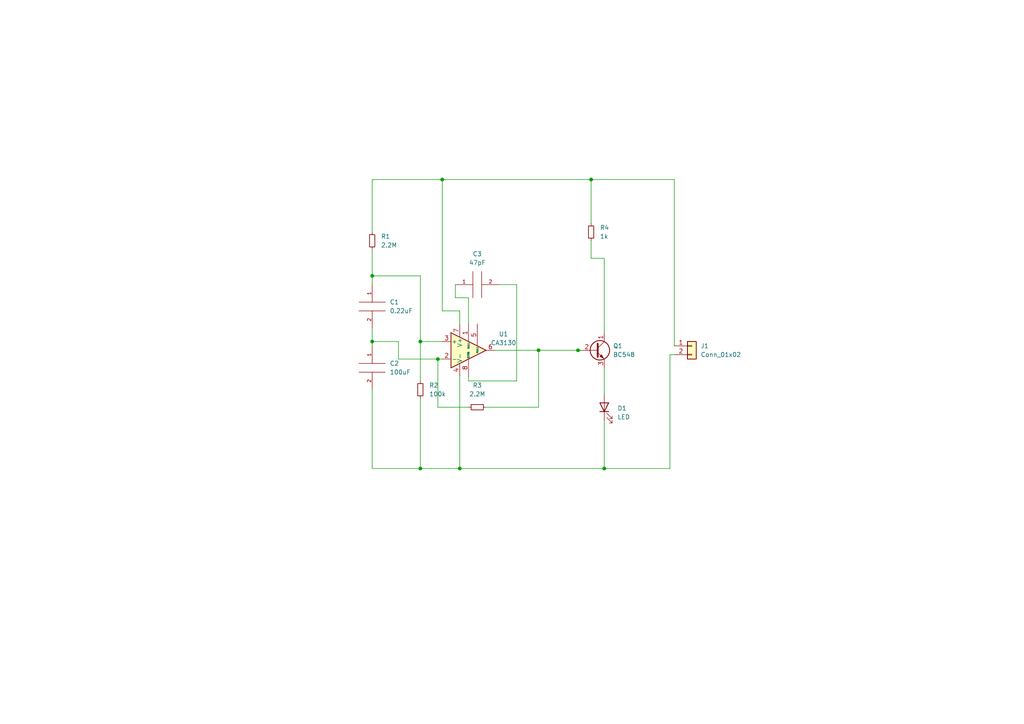
<source format=kicad_sch>
(kicad_sch (version 20211123) (generator eeschema)

  (uuid e63e39d7-6ac0-4ffd-8aa3-1841a4541b55)

  (paper "A4")

  (lib_symbols
    (symbol "Amplifier_Operational:CA3130" (pin_names (offset 0.127)) (in_bom yes) (on_board yes)
      (property "Reference" "U" (id 0) (at 6.35 5.08 0)
        (effects (font (size 1.27 1.27)) (justify left))
      )
      (property "Value" "CA3130" (id 1) (at 6.35 2.54 0)
        (effects (font (size 1.27 1.27)) (justify left))
      )
      (property "Footprint" "" (id 2) (at -2.54 -2.54 0)
        (effects (font (size 1.27 1.27)) hide)
      )
      (property "Datasheet" "http://www.intersil.com/content/dam/intersil/documents/ca31/ca3130-a.pdf" (id 3) (at 0 0 0)
        (effects (font (size 1.27 1.27)) hide)
      )
      (property "ki_keywords" "single opamp" (id 4) (at 0 0 0)
        (effects (font (size 1.27 1.27)) hide)
      )
      (property "ki_description" "15MHz, BiMOS Operational Amplifier with MOSFET Input/CMOS Output, DIP-8/SOIC-8" (id 5) (at 0 0 0)
        (effects (font (size 1.27 1.27)) hide)
      )
      (property "ki_fp_filters" "DIP*W7.62mm* SOIC*3.9x4.9mm*P1.27mm*" (id 6) (at 0 0 0)
        (effects (font (size 1.27 1.27)) hide)
      )
      (symbol "CA3130_0_1"
        (polyline
          (pts
            (xy -5.08 5.08)
            (xy 5.08 0)
            (xy -5.08 -5.08)
            (xy -5.08 5.08)
          )
          (stroke (width 0.254) (type default) (color 0 0 0 0))
          (fill (type background))
        )
      )
      (symbol "CA3130_1_1"
        (pin passive line (at 0 7.62 270) (length 5.08)
          (name "NULL" (effects (font (size 0.508 0.508))))
          (number "1" (effects (font (size 1.27 1.27))))
        )
        (pin input line (at -7.62 -2.54 0) (length 2.54)
          (name "-" (effects (font (size 1.27 1.27))))
          (number "2" (effects (font (size 1.27 1.27))))
        )
        (pin input line (at -7.62 2.54 0) (length 2.54)
          (name "+" (effects (font (size 1.27 1.27))))
          (number "3" (effects (font (size 1.27 1.27))))
        )
        (pin power_in line (at -2.54 -7.62 90) (length 3.81)
          (name "V-" (effects (font (size 1.27 1.27))))
          (number "4" (effects (font (size 1.27 1.27))))
        )
        (pin passive line (at 2.54 7.62 270) (length 6.35)
          (name "NULL" (effects (font (size 0.508 0.508))))
          (number "5" (effects (font (size 1.27 1.27))))
        )
        (pin output line (at 7.62 0 180) (length 2.54)
          (name "~" (effects (font (size 1.27 1.27))))
          (number "6" (effects (font (size 1.27 1.27))))
        )
        (pin power_in line (at -2.54 7.62 270) (length 3.81)
          (name "V+" (effects (font (size 1.27 1.27))))
          (number "7" (effects (font (size 1.27 1.27))))
        )
        (pin passive line (at 0 -7.62 90) (length 5.08)
          (name "STRB" (effects (font (size 0.508 0.508))))
          (number "8" (effects (font (size 1.27 1.27))))
        )
      )
    )
    (symbol "Connector_Generic:Conn_01x02" (pin_names (offset 1.016) hide) (in_bom yes) (on_board yes)
      (property "Reference" "J" (id 0) (at 0 2.54 0)
        (effects (font (size 1.27 1.27)))
      )
      (property "Value" "Conn_01x02" (id 1) (at 0 -5.08 0)
        (effects (font (size 1.27 1.27)))
      )
      (property "Footprint" "" (id 2) (at 0 0 0)
        (effects (font (size 1.27 1.27)) hide)
      )
      (property "Datasheet" "~" (id 3) (at 0 0 0)
        (effects (font (size 1.27 1.27)) hide)
      )
      (property "ki_keywords" "connector" (id 4) (at 0 0 0)
        (effects (font (size 1.27 1.27)) hide)
      )
      (property "ki_description" "Generic connector, single row, 01x02, script generated (kicad-library-utils/schlib/autogen/connector/)" (id 5) (at 0 0 0)
        (effects (font (size 1.27 1.27)) hide)
      )
      (property "ki_fp_filters" "Connector*:*_1x??_*" (id 6) (at 0 0 0)
        (effects (font (size 1.27 1.27)) hide)
      )
      (symbol "Conn_01x02_1_1"
        (rectangle (start -1.27 -2.413) (end 0 -2.667)
          (stroke (width 0.1524) (type default) (color 0 0 0 0))
          (fill (type none))
        )
        (rectangle (start -1.27 0.127) (end 0 -0.127)
          (stroke (width 0.1524) (type default) (color 0 0 0 0))
          (fill (type none))
        )
        (rectangle (start -1.27 1.27) (end 1.27 -3.81)
          (stroke (width 0.254) (type default) (color 0 0 0 0))
          (fill (type background))
        )
        (pin passive line (at -5.08 0 0) (length 3.81)
          (name "Pin_1" (effects (font (size 1.27 1.27))))
          (number "1" (effects (font (size 1.27 1.27))))
        )
        (pin passive line (at -5.08 -2.54 0) (length 3.81)
          (name "Pin_2" (effects (font (size 1.27 1.27))))
          (number "2" (effects (font (size 1.27 1.27))))
        )
      )
    )
    (symbol "Device:LED" (pin_numbers hide) (pin_names (offset 1.016) hide) (in_bom yes) (on_board yes)
      (property "Reference" "D" (id 0) (at 0 2.54 0)
        (effects (font (size 1.27 1.27)))
      )
      (property "Value" "LED" (id 1) (at 0 -2.54 0)
        (effects (font (size 1.27 1.27)))
      )
      (property "Footprint" "" (id 2) (at 0 0 0)
        (effects (font (size 1.27 1.27)) hide)
      )
      (property "Datasheet" "~" (id 3) (at 0 0 0)
        (effects (font (size 1.27 1.27)) hide)
      )
      (property "ki_keywords" "LED diode" (id 4) (at 0 0 0)
        (effects (font (size 1.27 1.27)) hide)
      )
      (property "ki_description" "Light emitting diode" (id 5) (at 0 0 0)
        (effects (font (size 1.27 1.27)) hide)
      )
      (property "ki_fp_filters" "LED* LED_SMD:* LED_THT:*" (id 6) (at 0 0 0)
        (effects (font (size 1.27 1.27)) hide)
      )
      (symbol "LED_0_1"
        (polyline
          (pts
            (xy -1.27 -1.27)
            (xy -1.27 1.27)
          )
          (stroke (width 0.254) (type default) (color 0 0 0 0))
          (fill (type none))
        )
        (polyline
          (pts
            (xy -1.27 0)
            (xy 1.27 0)
          )
          (stroke (width 0) (type default) (color 0 0 0 0))
          (fill (type none))
        )
        (polyline
          (pts
            (xy 1.27 -1.27)
            (xy 1.27 1.27)
            (xy -1.27 0)
            (xy 1.27 -1.27)
          )
          (stroke (width 0.254) (type default) (color 0 0 0 0))
          (fill (type none))
        )
        (polyline
          (pts
            (xy -3.048 -0.762)
            (xy -4.572 -2.286)
            (xy -3.81 -2.286)
            (xy -4.572 -2.286)
            (xy -4.572 -1.524)
          )
          (stroke (width 0) (type default) (color 0 0 0 0))
          (fill (type none))
        )
        (polyline
          (pts
            (xy -1.778 -0.762)
            (xy -3.302 -2.286)
            (xy -2.54 -2.286)
            (xy -3.302 -2.286)
            (xy -3.302 -1.524)
          )
          (stroke (width 0) (type default) (color 0 0 0 0))
          (fill (type none))
        )
      )
      (symbol "LED_1_1"
        (pin passive line (at -3.81 0 0) (length 2.54)
          (name "K" (effects (font (size 1.27 1.27))))
          (number "1" (effects (font (size 1.27 1.27))))
        )
        (pin passive line (at 3.81 0 180) (length 2.54)
          (name "A" (effects (font (size 1.27 1.27))))
          (number "2" (effects (font (size 1.27 1.27))))
        )
      )
    )
    (symbol "Device:R_Small" (pin_numbers hide) (pin_names (offset 0.254) hide) (in_bom yes) (on_board yes)
      (property "Reference" "R" (id 0) (at 0.762 0.508 0)
        (effects (font (size 1.27 1.27)) (justify left))
      )
      (property "Value" "R_Small" (id 1) (at 0.762 -1.016 0)
        (effects (font (size 1.27 1.27)) (justify left))
      )
      (property "Footprint" "" (id 2) (at 0 0 0)
        (effects (font (size 1.27 1.27)) hide)
      )
      (property "Datasheet" "~" (id 3) (at 0 0 0)
        (effects (font (size 1.27 1.27)) hide)
      )
      (property "ki_keywords" "R resistor" (id 4) (at 0 0 0)
        (effects (font (size 1.27 1.27)) hide)
      )
      (property "ki_description" "Resistor, small symbol" (id 5) (at 0 0 0)
        (effects (font (size 1.27 1.27)) hide)
      )
      (property "ki_fp_filters" "R_*" (id 6) (at 0 0 0)
        (effects (font (size 1.27 1.27)) hide)
      )
      (symbol "R_Small_0_1"
        (rectangle (start -0.762 1.778) (end 0.762 -1.778)
          (stroke (width 0.2032) (type default) (color 0 0 0 0))
          (fill (type none))
        )
      )
      (symbol "R_Small_1_1"
        (pin passive line (at 0 2.54 270) (length 0.762)
          (name "~" (effects (font (size 1.27 1.27))))
          (number "1" (effects (font (size 1.27 1.27))))
        )
        (pin passive line (at 0 -2.54 90) (length 0.762)
          (name "~" (effects (font (size 1.27 1.27))))
          (number "2" (effects (font (size 1.27 1.27))))
        )
      )
    )
    (symbol "Transistor_BJT:BC548" (pin_names (offset 0) hide) (in_bom yes) (on_board yes)
      (property "Reference" "Q" (id 0) (at 5.08 1.905 0)
        (effects (font (size 1.27 1.27)) (justify left))
      )
      (property "Value" "BC548" (id 1) (at 5.08 0 0)
        (effects (font (size 1.27 1.27)) (justify left))
      )
      (property "Footprint" "Package_TO_SOT_THT:TO-92_Inline" (id 2) (at 5.08 -1.905 0)
        (effects (font (size 1.27 1.27) italic) (justify left) hide)
      )
      (property "Datasheet" "https://www.onsemi.com/pub/Collateral/BC550-D.pdf" (id 3) (at 0 0 0)
        (effects (font (size 1.27 1.27)) (justify left) hide)
      )
      (property "ki_keywords" "NPN Transistor" (id 4) (at 0 0 0)
        (effects (font (size 1.27 1.27)) hide)
      )
      (property "ki_description" "0.1A Ic, 30V Vce, Small Signal NPN Transistor, TO-92" (id 5) (at 0 0 0)
        (effects (font (size 1.27 1.27)) hide)
      )
      (property "ki_fp_filters" "TO?92*" (id 6) (at 0 0 0)
        (effects (font (size 1.27 1.27)) hide)
      )
      (symbol "BC548_0_1"
        (polyline
          (pts
            (xy 0 0)
            (xy 0.635 0)
          )
          (stroke (width 0) (type default) (color 0 0 0 0))
          (fill (type none))
        )
        (polyline
          (pts
            (xy 0.635 0.635)
            (xy 2.54 2.54)
          )
          (stroke (width 0) (type default) (color 0 0 0 0))
          (fill (type none))
        )
        (polyline
          (pts
            (xy 0.635 -0.635)
            (xy 2.54 -2.54)
            (xy 2.54 -2.54)
          )
          (stroke (width 0) (type default) (color 0 0 0 0))
          (fill (type none))
        )
        (polyline
          (pts
            (xy 0.635 1.905)
            (xy 0.635 -1.905)
            (xy 0.635 -1.905)
          )
          (stroke (width 0.508) (type default) (color 0 0 0 0))
          (fill (type none))
        )
        (polyline
          (pts
            (xy 1.27 -1.778)
            (xy 1.778 -1.27)
            (xy 2.286 -2.286)
            (xy 1.27 -1.778)
            (xy 1.27 -1.778)
          )
          (stroke (width 0) (type default) (color 0 0 0 0))
          (fill (type outline))
        )
        (circle (center 1.27 0) (radius 2.8194)
          (stroke (width 0.254) (type default) (color 0 0 0 0))
          (fill (type none))
        )
      )
      (symbol "BC548_1_1"
        (pin passive line (at 2.54 5.08 270) (length 2.54)
          (name "C" (effects (font (size 1.27 1.27))))
          (number "1" (effects (font (size 1.27 1.27))))
        )
        (pin input line (at -5.08 0 0) (length 5.08)
          (name "B" (effects (font (size 1.27 1.27))))
          (number "2" (effects (font (size 1.27 1.27))))
        )
        (pin passive line (at 2.54 -5.08 90) (length 2.54)
          (name "E" (effects (font (size 1.27 1.27))))
          (number "3" (effects (font (size 1.27 1.27))))
        )
      )
    )
    (symbol "pspice:CAP" (pin_names (offset 0.254)) (in_bom yes) (on_board yes)
      (property "Reference" "C" (id 0) (at 2.54 3.81 90)
        (effects (font (size 1.27 1.27)))
      )
      (property "Value" "CAP" (id 1) (at 2.54 -3.81 90)
        (effects (font (size 1.27 1.27)))
      )
      (property "Footprint" "" (id 2) (at 0 0 0)
        (effects (font (size 1.27 1.27)) hide)
      )
      (property "Datasheet" "~" (id 3) (at 0 0 0)
        (effects (font (size 1.27 1.27)) hide)
      )
      (property "ki_keywords" "simulation" (id 4) (at 0 0 0)
        (effects (font (size 1.27 1.27)) hide)
      )
      (property "ki_description" "Capacitor symbol for simulation only" (id 5) (at 0 0 0)
        (effects (font (size 1.27 1.27)) hide)
      )
      (symbol "CAP_0_1"
        (polyline
          (pts
            (xy -3.81 -1.27)
            (xy 3.81 -1.27)
          )
          (stroke (width 0) (type default) (color 0 0 0 0))
          (fill (type none))
        )
        (polyline
          (pts
            (xy -3.81 1.27)
            (xy 3.81 1.27)
          )
          (stroke (width 0) (type default) (color 0 0 0 0))
          (fill (type none))
        )
      )
      (symbol "CAP_1_1"
        (pin passive line (at 0 6.35 270) (length 5.08)
          (name "~" (effects (font (size 1.016 1.016))))
          (number "1" (effects (font (size 1.016 1.016))))
        )
        (pin passive line (at 0 -6.35 90) (length 5.08)
          (name "~" (effects (font (size 1.016 1.016))))
          (number "2" (effects (font (size 1.016 1.016))))
        )
      )
    )
  )

  (junction (at 121.92 135.89) (diameter 0) (color 0 0 0 0)
    (uuid 131f59d7-81d1-463c-9746-94c7e6ca44ed)
  )
  (junction (at 171.45 52.07) (diameter 0) (color 0 0 0 0)
    (uuid 2ee91d7b-5181-4f17-a629-4c470c00b784)
  )
  (junction (at 133.35 135.89) (diameter 0) (color 0 0 0 0)
    (uuid 3bd73262-7ee1-4541-8298-a0d7411e1d75)
  )
  (junction (at 121.92 99.06) (diameter 0) (color 0 0 0 0)
    (uuid 497a3aba-0f0c-436e-9543-aa7c20ad968e)
  )
  (junction (at 167.64 101.6) (diameter 0) (color 0 0 0 0)
    (uuid 4fc9de57-db53-4765-a283-4ab5d54b31ca)
  )
  (junction (at 107.95 80.01) (diameter 0) (color 0 0 0 0)
    (uuid 6713ba45-eb26-46ab-8e01-8c828003790e)
  )
  (junction (at 128.27 52.07) (diameter 0) (color 0 0 0 0)
    (uuid 8eafe96b-e358-4fb5-a4aa-165e62856b90)
  )
  (junction (at 175.26 135.89) (diameter 0) (color 0 0 0 0)
    (uuid c517de34-4f09-44c4-870e-606e92563fb1)
  )
  (junction (at 107.95 99.06) (diameter 0) (color 0 0 0 0)
    (uuid dc293504-8b38-48c4-933a-87973ac3dddb)
  )
  (junction (at 156.21 101.6) (diameter 0) (color 0 0 0 0)
    (uuid dcb39c74-b4fc-4cef-b985-815393bc340d)
  )
  (junction (at 127 104.14) (diameter 0) (color 0 0 0 0)
    (uuid e2b3c15f-d02f-4b2f-9280-cfb1bf389e80)
  )

  (wire (pts (xy 171.45 52.07) (xy 128.27 52.07))
    (stroke (width 0) (type default) (color 0 0 0 0))
    (uuid 030f7528-01d8-4f5d-b375-396511a3f702)
  )
  (wire (pts (xy 175.26 121.92) (xy 175.26 135.89))
    (stroke (width 0) (type default) (color 0 0 0 0))
    (uuid 0536025a-6414-4951-bfd6-905537685d7e)
  )
  (wire (pts (xy 121.92 99.06) (xy 121.92 110.49))
    (stroke (width 0) (type default) (color 0 0 0 0))
    (uuid 0fa0e183-23fd-4787-b228-f9207d787009)
  )
  (wire (pts (xy 107.95 95.25) (xy 107.95 99.06))
    (stroke (width 0) (type default) (color 0 0 0 0))
    (uuid 1aaf34a3-282e-4633-82fa-9d6cdf32efbb)
  )
  (wire (pts (xy 107.95 135.89) (xy 121.92 135.89))
    (stroke (width 0) (type default) (color 0 0 0 0))
    (uuid 25c0c83a-69e4-4bb3-a4ba-e35ba5e17f0f)
  )
  (wire (pts (xy 135.89 86.36) (xy 135.89 93.98))
    (stroke (width 0) (type default) (color 0 0 0 0))
    (uuid 2b3b0810-cd1d-48a1-a104-fe015cf2af3c)
  )
  (wire (pts (xy 128.27 104.14) (xy 127 104.14))
    (stroke (width 0) (type default) (color 0 0 0 0))
    (uuid 2eb5c7ae-ece1-4fed-b4e9-592cfba8365c)
  )
  (wire (pts (xy 107.95 52.07) (xy 107.95 67.31))
    (stroke (width 0) (type default) (color 0 0 0 0))
    (uuid 3b36b69e-2dff-40a2-b090-111e9cc6e87d)
  )
  (wire (pts (xy 195.58 100.33) (xy 195.58 52.07))
    (stroke (width 0) (type default) (color 0 0 0 0))
    (uuid 3f43b8cc-e232-4de4-a8bc-56a1a1c0a87a)
  )
  (wire (pts (xy 121.92 80.01) (xy 121.92 99.06))
    (stroke (width 0) (type default) (color 0 0 0 0))
    (uuid 41b2f027-a9f8-44ee-9a65-3f24b6354ad8)
  )
  (wire (pts (xy 133.35 135.89) (xy 175.26 135.89))
    (stroke (width 0) (type default) (color 0 0 0 0))
    (uuid 42b93640-dc22-413d-916b-9e4ab2755ea6)
  )
  (wire (pts (xy 175.26 96.52) (xy 175.26 74.93))
    (stroke (width 0) (type default) (color 0 0 0 0))
    (uuid 43f72311-9d74-4379-aff9-849c5d7414c8)
  )
  (wire (pts (xy 107.95 99.06) (xy 107.95 100.33))
    (stroke (width 0) (type default) (color 0 0 0 0))
    (uuid 46ef7791-0c18-4f00-822c-2403dcd88336)
  )
  (wire (pts (xy 107.95 52.07) (xy 128.27 52.07))
    (stroke (width 0) (type default) (color 0 0 0 0))
    (uuid 5d503fda-9a47-407e-8971-e2fb41c46bdb)
  )
  (wire (pts (xy 194.31 135.89) (xy 194.31 102.87))
    (stroke (width 0) (type default) (color 0 0 0 0))
    (uuid 65908b01-f0a0-46e1-84f2-bf49d46af2a7)
  )
  (wire (pts (xy 133.35 93.98) (xy 133.35 90.17))
    (stroke (width 0) (type default) (color 0 0 0 0))
    (uuid 68d5716c-39ed-4b45-ac19-32a5be0d9a55)
  )
  (wire (pts (xy 140.97 118.11) (xy 156.21 118.11))
    (stroke (width 0) (type default) (color 0 0 0 0))
    (uuid 711565b5-75c9-4d3f-bcee-afb8175cf923)
  )
  (wire (pts (xy 107.95 113.03) (xy 107.95 135.89))
    (stroke (width 0) (type default) (color 0 0 0 0))
    (uuid 745a27e0-733b-4d2b-b0f0-d4c1457e893e)
  )
  (wire (pts (xy 143.51 101.6) (xy 156.21 101.6))
    (stroke (width 0) (type default) (color 0 0 0 0))
    (uuid 7807b0c6-5091-4f3d-9363-0b79274786b0)
  )
  (wire (pts (xy 175.26 135.89) (xy 194.31 135.89))
    (stroke (width 0) (type default) (color 0 0 0 0))
    (uuid 7ee5ea0c-defb-4d0b-bcbd-00ad41ed6f6f)
  )
  (wire (pts (xy 195.58 52.07) (xy 171.45 52.07))
    (stroke (width 0) (type default) (color 0 0 0 0))
    (uuid 7fa098fb-b644-4e64-920e-8328b5d12f21)
  )
  (wire (pts (xy 127 118.11) (xy 127 104.14))
    (stroke (width 0) (type default) (color 0 0 0 0))
    (uuid 87af81b5-cad9-406d-8283-65af2b602860)
  )
  (wire (pts (xy 175.26 106.68) (xy 175.26 114.3))
    (stroke (width 0) (type default) (color 0 0 0 0))
    (uuid 8b35786c-1ac8-42d8-9a5a-dad573bd0094)
  )
  (wire (pts (xy 121.92 80.01) (xy 107.95 80.01))
    (stroke (width 0) (type default) (color 0 0 0 0))
    (uuid 8c478b8f-2e77-473c-ba8c-4028e2f60fc1)
  )
  (wire (pts (xy 156.21 118.11) (xy 156.21 101.6))
    (stroke (width 0) (type default) (color 0 0 0 0))
    (uuid 92239969-8570-4b17-96c9-822f147e1ad8)
  )
  (wire (pts (xy 132.08 82.55) (xy 132.08 86.36))
    (stroke (width 0) (type default) (color 0 0 0 0))
    (uuid a28887cd-2bdd-4ab6-b51e-99cd821ad1c9)
  )
  (wire (pts (xy 171.45 74.93) (xy 171.45 69.85))
    (stroke (width 0) (type default) (color 0 0 0 0))
    (uuid a3883662-2d57-4471-9f3d-7b28e4d02ced)
  )
  (wire (pts (xy 121.92 135.89) (xy 133.35 135.89))
    (stroke (width 0) (type default) (color 0 0 0 0))
    (uuid a45d6a95-35ca-4a4b-8709-dc847dc368c4)
  )
  (wire (pts (xy 133.35 109.22) (xy 133.35 135.89))
    (stroke (width 0) (type default) (color 0 0 0 0))
    (uuid a55e1730-9cc6-449f-95c7-a4b048ce6ae3)
  )
  (wire (pts (xy 167.64 101.6) (xy 168.91 101.6))
    (stroke (width 0) (type default) (color 0 0 0 0))
    (uuid a65c679d-4e37-4dd0-959d-9bd93ba347d2)
  )
  (wire (pts (xy 135.89 118.11) (xy 127 118.11))
    (stroke (width 0) (type default) (color 0 0 0 0))
    (uuid b28ef261-063d-448f-8ef0-25d86b62b1da)
  )
  (wire (pts (xy 194.31 102.87) (xy 195.58 102.87))
    (stroke (width 0) (type default) (color 0 0 0 0))
    (uuid c5ef9b89-6cfe-4b79-a0bb-48d12c79b541)
  )
  (wire (pts (xy 175.26 74.93) (xy 171.45 74.93))
    (stroke (width 0) (type default) (color 0 0 0 0))
    (uuid c73f2658-4dbb-4270-ab67-0945856ad2be)
  )
  (wire (pts (xy 128.27 99.06) (xy 121.92 99.06))
    (stroke (width 0) (type default) (color 0 0 0 0))
    (uuid cabb84ba-f7b2-4006-92c2-32649fbfe01f)
  )
  (wire (pts (xy 156.21 101.6) (xy 167.64 101.6))
    (stroke (width 0) (type default) (color 0 0 0 0))
    (uuid cbc96328-cf32-4afa-9f80-62cf7d10af5b)
  )
  (wire (pts (xy 121.92 115.57) (xy 121.92 135.89))
    (stroke (width 0) (type default) (color 0 0 0 0))
    (uuid cc31ce4a-ad9b-4479-bbdf-beeab98489e8)
  )
  (wire (pts (xy 171.45 52.07) (xy 171.45 64.77))
    (stroke (width 0) (type default) (color 0 0 0 0))
    (uuid d75bbaff-de62-4f47-b2c1-42ba1e99da40)
  )
  (wire (pts (xy 115.57 104.14) (xy 115.57 99.06))
    (stroke (width 0) (type default) (color 0 0 0 0))
    (uuid d877237b-ec99-4b5c-877c-78f09f24b4c8)
  )
  (wire (pts (xy 149.86 82.55) (xy 149.86 110.49))
    (stroke (width 0) (type default) (color 0 0 0 0))
    (uuid da65d86f-f94d-4db5-8413-9b29c5e2c0d0)
  )
  (wire (pts (xy 107.95 72.39) (xy 107.95 80.01))
    (stroke (width 0) (type default) (color 0 0 0 0))
    (uuid dc287184-4717-4ae4-aba5-70a4bf1dd270)
  )
  (wire (pts (xy 127 104.14) (xy 115.57 104.14))
    (stroke (width 0) (type default) (color 0 0 0 0))
    (uuid e956ff4d-e455-4edd-96aa-f86004139587)
  )
  (wire (pts (xy 144.78 82.55) (xy 149.86 82.55))
    (stroke (width 0) (type default) (color 0 0 0 0))
    (uuid eae6cb64-c798-40f3-b4c3-dcefb9e0714c)
  )
  (wire (pts (xy 135.89 110.49) (xy 135.89 109.22))
    (stroke (width 0) (type default) (color 0 0 0 0))
    (uuid eb154998-e619-45d3-80ac-fd884505378c)
  )
  (wire (pts (xy 133.35 90.17) (xy 128.27 90.17))
    (stroke (width 0) (type default) (color 0 0 0 0))
    (uuid ebc05d4e-ad2b-4267-bddb-704aafe43beb)
  )
  (wire (pts (xy 132.08 86.36) (xy 135.89 86.36))
    (stroke (width 0) (type default) (color 0 0 0 0))
    (uuid ed456be0-07b8-43ac-86b3-64162a4bcc9a)
  )
  (wire (pts (xy 107.95 80.01) (xy 107.95 82.55))
    (stroke (width 0) (type default) (color 0 0 0 0))
    (uuid f7f7f365-fd28-44f8-a2e7-2a011a437a25)
  )
  (wire (pts (xy 115.57 99.06) (xy 107.95 99.06))
    (stroke (width 0) (type default) (color 0 0 0 0))
    (uuid fc2d25a4-7345-4c18-bb97-43e3a9203355)
  )
  (wire (pts (xy 128.27 90.17) (xy 128.27 52.07))
    (stroke (width 0) (type default) (color 0 0 0 0))
    (uuid fc4733a3-c200-4f8e-9f63-f3b7c6201473)
  )
  (wire (pts (xy 149.86 110.49) (xy 135.89 110.49))
    (stroke (width 0) (type default) (color 0 0 0 0))
    (uuid fe4cc217-32a1-4374-9d51-46234fb59001)
  )

  (symbol (lib_id "Amplifier_Operational:CA3130") (at 135.89 101.6 0) (unit 1)
    (in_bom yes) (on_board yes) (fields_autoplaced)
    (uuid 24f7628d-681d-4f0e-8409-40a129e929d9)
    (property "Reference" "U1" (id 0) (at 146.05 96.901 0))
    (property "Value" "CA3130" (id 1) (at 146.05 99.441 0))
    (property "Footprint" "Package_SO:SOIC-8_3.9x4.9mm_P1.27mm" (id 2) (at 133.35 104.14 0)
      (effects (font (size 1.27 1.27)) hide)
    )
    (property "Datasheet" "http://www.intersil.com/content/dam/intersil/documents/ca31/ca3130-a.pdf" (id 3) (at 135.89 101.6 0)
      (effects (font (size 1.27 1.27)) hide)
    )
    (pin "1" (uuid 12422a89-3d0c-485c-9386-f77121fd68fd))
    (pin "2" (uuid 8e06ba1f-e3ba-4eb9-a10e-887dffd566d6))
    (pin "3" (uuid 40165eda-4ba6-4565-9bb4-b9df6dbb08da))
    (pin "4" (uuid 7e023245-2c2b-4e2b-bfb9-5d35176e88f2))
    (pin "5" (uuid 4780a290-d25c-4459-9579-eba3f7678762))
    (pin "6" (uuid df68c26a-03b5-4466-aecf-ba34b7dce6b7))
    (pin "7" (uuid babeabf2-f3b0-4ed5-8d9e-0215947e6cf3))
    (pin "8" (uuid e8c50f1b-c316-4110-9cce-5c24c65a1eaa))
  )

  (symbol (lib_id "Device:R_Small") (at 107.95 69.85 0) (unit 1)
    (in_bom yes) (on_board yes) (fields_autoplaced)
    (uuid 2713445a-5e01-40d8-94c6-c4d9a94c1daa)
    (property "Reference" "R1" (id 0) (at 110.49 68.5799 0)
      (effects (font (size 1.27 1.27)) (justify left))
    )
    (property "Value" "2.2M" (id 1) (at 110.49 71.1199 0)
      (effects (font (size 1.27 1.27)) (justify left))
    )
    (property "Footprint" "Resistor_THT:R_Axial_DIN0204_L3.6mm_D1.6mm_P7.62mm_Horizontal" (id 2) (at 107.95 69.85 0)
      (effects (font (size 1.27 1.27)) hide)
    )
    (property "Datasheet" "~" (id 3) (at 107.95 69.85 0)
      (effects (font (size 1.27 1.27)) hide)
    )
    (pin "1" (uuid 8f73cfef-83d6-4c7e-9ace-ef42c0bcb4d0))
    (pin "2" (uuid 17389fd7-4396-47ba-9330-8fa6cd46b625))
  )

  (symbol (lib_id "Device:R_Small") (at 171.45 67.31 0) (unit 1)
    (in_bom yes) (on_board yes) (fields_autoplaced)
    (uuid 2939a6c2-7245-480d-be39-15e09247a117)
    (property "Reference" "R4" (id 0) (at 173.99 66.0399 0)
      (effects (font (size 1.27 1.27)) (justify left))
    )
    (property "Value" "1k" (id 1) (at 173.99 68.5799 0)
      (effects (font (size 1.27 1.27)) (justify left))
    )
    (property "Footprint" "Resistor_THT:R_Axial_DIN0204_L3.6mm_D1.6mm_P7.62mm_Horizontal" (id 2) (at 171.45 67.31 0)
      (effects (font (size 1.27 1.27)) hide)
    )
    (property "Datasheet" "~" (id 3) (at 171.45 67.31 0)
      (effects (font (size 1.27 1.27)) hide)
    )
    (pin "1" (uuid b42b3d16-0988-4f7b-ad3f-dfc376005ee3))
    (pin "2" (uuid 7c15e983-d86d-4112-8b09-d22a0e2aa9db))
  )

  (symbol (lib_id "Device:LED") (at 175.26 118.11 90) (unit 1)
    (in_bom yes) (on_board yes) (fields_autoplaced)
    (uuid 2f252168-fdd3-490b-ae1c-0b216150e8e9)
    (property "Reference" "D1" (id 0) (at 179.07 118.4274 90)
      (effects (font (size 1.27 1.27)) (justify right))
    )
    (property "Value" "LED" (id 1) (at 179.07 120.9674 90)
      (effects (font (size 1.27 1.27)) (justify right))
    )
    (property "Footprint" "LED_THT:LED_D3.0mm" (id 2) (at 175.26 118.11 0)
      (effects (font (size 1.27 1.27)) hide)
    )
    (property "Datasheet" "~" (id 3) (at 175.26 118.11 0)
      (effects (font (size 1.27 1.27)) hide)
    )
    (pin "1" (uuid 385d34bd-aad2-454d-8f07-f18cc4a1e88b))
    (pin "2" (uuid b26f6b08-6a03-46c2-8273-0ca600872f84))
  )

  (symbol (lib_id "pspice:CAP") (at 107.95 106.68 0) (unit 1)
    (in_bom yes) (on_board yes) (fields_autoplaced)
    (uuid 40d8fa4b-59d0-45f0-ad67-98af707157c6)
    (property "Reference" "C2" (id 0) (at 113.03 105.4099 0)
      (effects (font (size 1.27 1.27)) (justify left))
    )
    (property "Value" "100uF" (id 1) (at 113.03 107.9499 0)
      (effects (font (size 1.27 1.27)) (justify left))
    )
    (property "Footprint" "Capacitor_THT:CP_Axial_L10.0mm_D4.5mm_P15.00mm_Horizontal" (id 2) (at 107.95 106.68 0)
      (effects (font (size 1.27 1.27)) hide)
    )
    (property "Datasheet" "~" (id 3) (at 107.95 106.68 0)
      (effects (font (size 1.27 1.27)) hide)
    )
    (pin "1" (uuid 79fbf599-b964-488a-87b8-8a05829c98f4))
    (pin "2" (uuid af1a8a2e-2e2c-459b-a26b-804c95f2a9fa))
  )

  (symbol (lib_id "Transistor_BJT:BC548") (at 172.72 101.6 0) (unit 1)
    (in_bom yes) (on_board yes) (fields_autoplaced)
    (uuid 58739576-1456-4826-b893-185fa783ab1a)
    (property "Reference" "Q1" (id 0) (at 177.8 100.3299 0)
      (effects (font (size 1.27 1.27)) (justify left))
    )
    (property "Value" "BC548" (id 1) (at 177.8 102.8699 0)
      (effects (font (size 1.27 1.27)) (justify left))
    )
    (property "Footprint" "Package_TO_SOT_THT:TO-92_Inline" (id 2) (at 177.8 103.505 0)
      (effects (font (size 1.27 1.27) italic) (justify left) hide)
    )
    (property "Datasheet" "https://www.onsemi.com/pub/Collateral/BC550-D.pdf" (id 3) (at 172.72 101.6 0)
      (effects (font (size 1.27 1.27)) (justify left) hide)
    )
    (pin "1" (uuid 2ac24e4c-3f62-43e3-b971-0a3a22eb0419))
    (pin "2" (uuid aa2c9904-818a-475d-8ff2-a6e5256ed32b))
    (pin "3" (uuid af8a4dba-9855-44c4-97ef-ec4655c6f16d))
  )

  (symbol (lib_id "Device:R_Small") (at 121.92 113.03 0) (unit 1)
    (in_bom yes) (on_board yes) (fields_autoplaced)
    (uuid 87ea4f0e-d72e-4b86-8009-8a368762ec71)
    (property "Reference" "R2" (id 0) (at 124.46 111.7599 0)
      (effects (font (size 1.27 1.27)) (justify left))
    )
    (property "Value" "100k" (id 1) (at 124.46 114.2999 0)
      (effects (font (size 1.27 1.27)) (justify left))
    )
    (property "Footprint" "Resistor_THT:R_Axial_DIN0204_L3.6mm_D1.6mm_P7.62mm_Horizontal" (id 2) (at 121.92 113.03 0)
      (effects (font (size 1.27 1.27)) hide)
    )
    (property "Datasheet" "~" (id 3) (at 121.92 113.03 0)
      (effects (font (size 1.27 1.27)) hide)
    )
    (pin "1" (uuid 6e71b84d-ba93-46db-b655-09de6e7c8c28))
    (pin "2" (uuid c11bad25-a9cf-44c7-a96e-564f6c19521c))
  )

  (symbol (lib_id "pspice:CAP") (at 138.43 82.55 90) (unit 1)
    (in_bom yes) (on_board yes) (fields_autoplaced)
    (uuid ab8b469c-69ca-4be9-a595-0f9e9bfbc4ba)
    (property "Reference" "C3" (id 0) (at 138.43 73.66 90))
    (property "Value" "47pF" (id 1) (at 138.43 76.2 90))
    (property "Footprint" "Capacitor_THT:CP_Axial_L10.0mm_D4.5mm_P15.00mm_Horizontal" (id 2) (at 138.43 82.55 0)
      (effects (font (size 1.27 1.27)) hide)
    )
    (property "Datasheet" "~" (id 3) (at 138.43 82.55 0)
      (effects (font (size 1.27 1.27)) hide)
    )
    (pin "1" (uuid 86d0e5a2-c65c-4652-8f8c-4bef336dfff2))
    (pin "2" (uuid cd3adc82-c797-4a5b-b7ca-4ac58c7e62d5))
  )

  (symbol (lib_id "Device:R_Small") (at 138.43 118.11 90) (unit 1)
    (in_bom yes) (on_board yes) (fields_autoplaced)
    (uuid de183059-0f3a-4f02-8c90-861b77682009)
    (property "Reference" "R3" (id 0) (at 138.43 111.76 90))
    (property "Value" "2.2M" (id 1) (at 138.43 114.3 90))
    (property "Footprint" "Resistor_THT:R_Axial_DIN0204_L3.6mm_D1.6mm_P7.62mm_Horizontal" (id 2) (at 138.43 118.11 0)
      (effects (font (size 1.27 1.27)) hide)
    )
    (property "Datasheet" "~" (id 3) (at 138.43 118.11 0)
      (effects (font (size 1.27 1.27)) hide)
    )
    (pin "1" (uuid f6ba19b2-e64c-4266-a133-ddd9162ae4e7))
    (pin "2" (uuid f5ae4f16-800e-4bdb-b3cd-3df7a98dc3ce))
  )

  (symbol (lib_id "Connector_Generic:Conn_01x02") (at 200.66 100.33 0) (unit 1)
    (in_bom yes) (on_board yes) (fields_autoplaced)
    (uuid ed2f63f0-0223-4aad-b886-26272ccd572e)
    (property "Reference" "J1" (id 0) (at 203.2 100.3299 0)
      (effects (font (size 1.27 1.27)) (justify left))
    )
    (property "Value" "Conn_01x02" (id 1) (at 203.2 102.8699 0)
      (effects (font (size 1.27 1.27)) (justify left))
    )
    (property "Footprint" "Connector:JWT_A3963_1x02_P3.96mm_Vertical" (id 2) (at 200.66 100.33 0)
      (effects (font (size 1.27 1.27)) hide)
    )
    (property "Datasheet" "~" (id 3) (at 200.66 100.33 0)
      (effects (font (size 1.27 1.27)) hide)
    )
    (pin "1" (uuid eecaa032-dead-40c0-aa12-143bf3cbf31f))
    (pin "2" (uuid 202f4bb4-5f31-4949-b1d0-b78c3a77d597))
  )

  (symbol (lib_id "pspice:CAP") (at 107.95 88.9 0) (unit 1)
    (in_bom yes) (on_board yes) (fields_autoplaced)
    (uuid f4aab422-c542-43e3-8476-eae6a2df1847)
    (property "Reference" "C1" (id 0) (at 113.03 87.6299 0)
      (effects (font (size 1.27 1.27)) (justify left))
    )
    (property "Value" "0.22uF" (id 1) (at 113.03 90.1699 0)
      (effects (font (size 1.27 1.27)) (justify left))
    )
    (property "Footprint" "" (id 2) (at 107.95 88.9 0)
      (effects (font (size 1.27 1.27)) hide)
    )
    (property "Datasheet" "~" (id 3) (at 107.95 88.9 0)
      (effects (font (size 1.27 1.27)) hide)
    )
    (pin "1" (uuid b594c52a-45a3-4355-bc7a-fcdbe627a0a7))
    (pin "2" (uuid 1af346e6-8eef-4f5b-ad80-80e4baed2799))
  )

  (sheet_instances
    (path "/" (page "1"))
  )

  (symbol_instances
    (path "/f4aab422-c542-43e3-8476-eae6a2df1847"
      (reference "C1") (unit 1) (value "0.22uF") (footprint "")
    )
    (path "/40d8fa4b-59d0-45f0-ad67-98af707157c6"
      (reference "C2") (unit 1) (value "100uF") (footprint "Capacitor_THT:CP_Axial_L10.0mm_D4.5mm_P15.00mm_Horizontal")
    )
    (path "/ab8b469c-69ca-4be9-a595-0f9e9bfbc4ba"
      (reference "C3") (unit 1) (value "47pF") (footprint "Capacitor_THT:CP_Axial_L10.0mm_D4.5mm_P15.00mm_Horizontal")
    )
    (path "/2f252168-fdd3-490b-ae1c-0b216150e8e9"
      (reference "D1") (unit 1) (value "LED") (footprint "LED_THT:LED_D3.0mm")
    )
    (path "/ed2f63f0-0223-4aad-b886-26272ccd572e"
      (reference "J1") (unit 1) (value "Conn_01x02") (footprint "Connector:JWT_A3963_1x02_P3.96mm_Vertical")
    )
    (path "/58739576-1456-4826-b893-185fa783ab1a"
      (reference "Q1") (unit 1) (value "BC548") (footprint "Package_TO_SOT_THT:TO-92_Inline")
    )
    (path "/2713445a-5e01-40d8-94c6-c4d9a94c1daa"
      (reference "R1") (unit 1) (value "2.2M") (footprint "Resistor_THT:R_Axial_DIN0204_L3.6mm_D1.6mm_P7.62mm_Horizontal")
    )
    (path "/87ea4f0e-d72e-4b86-8009-8a368762ec71"
      (reference "R2") (unit 1) (value "100k") (footprint "Resistor_THT:R_Axial_DIN0204_L3.6mm_D1.6mm_P7.62mm_Horizontal")
    )
    (path "/de183059-0f3a-4f02-8c90-861b77682009"
      (reference "R3") (unit 1) (value "2.2M") (footprint "Resistor_THT:R_Axial_DIN0204_L3.6mm_D1.6mm_P7.62mm_Horizontal")
    )
    (path "/2939a6c2-7245-480d-be39-15e09247a117"
      (reference "R4") (unit 1) (value "1k") (footprint "Resistor_THT:R_Axial_DIN0204_L3.6mm_D1.6mm_P7.62mm_Horizontal")
    )
    (path "/24f7628d-681d-4f0e-8409-40a129e929d9"
      (reference "U1") (unit 1) (value "CA3130") (footprint "Package_SO:SOIC-8_3.9x4.9mm_P1.27mm")
    )
  )
)

</source>
